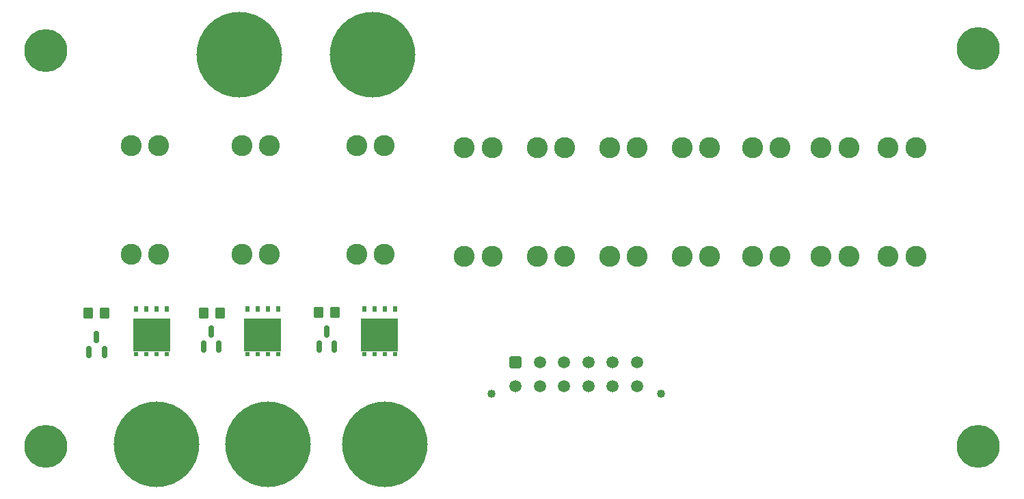
<source format=gbr>
%TF.GenerationSoftware,KiCad,Pcbnew,9.0.4*%
%TF.CreationDate,2026-02-19T19:41:56-08:00*%
%TF.ProjectId,Power_board,506f7765-725f-4626-9f61-72642e6b6963,rev?*%
%TF.SameCoordinates,Original*%
%TF.FileFunction,Soldermask,Top*%
%TF.FilePolarity,Negative*%
%FSLAX46Y46*%
G04 Gerber Fmt 4.6, Leading zero omitted, Abs format (unit mm)*
G04 Created by KiCad (PCBNEW 9.0.4) date 2026-02-19 19:41:56*
%MOMM*%
%LPD*%
G01*
G04 APERTURE LIST*
G04 Aperture macros list*
%AMRoundRect*
0 Rectangle with rounded corners*
0 $1 Rounding radius*
0 $2 $3 $4 $5 $6 $7 $8 $9 X,Y pos of 4 corners*
0 Add a 4 corners polygon primitive as box body*
4,1,4,$2,$3,$4,$5,$6,$7,$8,$9,$2,$3,0*
0 Add four circle primitives for the rounded corners*
1,1,$1+$1,$2,$3*
1,1,$1+$1,$4,$5*
1,1,$1+$1,$6,$7*
1,1,$1+$1,$8,$9*
0 Add four rect primitives between the rounded corners*
20,1,$1+$1,$2,$3,$4,$5,0*
20,1,$1+$1,$4,$5,$6,$7,0*
20,1,$1+$1,$6,$7,$8,$9,0*
20,1,$1+$1,$8,$9,$2,$3,0*%
G04 Aperture macros list end*
%ADD10C,5.300000*%
%ADD11C,2.604000*%
%ADD12C,1.020000*%
%ADD13RoundRect,0.250001X-0.499999X-0.499999X0.499999X-0.499999X0.499999X0.499999X-0.499999X0.499999X0*%
%ADD14C,1.500000*%
%ADD15RoundRect,0.250000X-0.350000X-0.450000X0.350000X-0.450000X0.350000X0.450000X-0.350000X0.450000X0*%
%ADD16C,10.600000*%
%ADD17R,0.500000X0.650000*%
%ADD18R,4.600000X4.120000*%
%ADD19R,0.500000X0.550000*%
%ADD20RoundRect,0.150000X0.150000X-0.587500X0.150000X0.587500X-0.150000X0.587500X-0.150000X-0.587500X0*%
G04 APERTURE END LIST*
D10*
%TO.C,H6*%
X159000000Y-42750000D03*
%TD*%
D11*
%TO.C,F4*%
X107750000Y-55000000D03*
X104350000Y-55000000D03*
X107750000Y-68470000D03*
X104350000Y-68470000D03*
%TD*%
D12*
%TO.C,J2*%
X98700000Y-85500000D03*
X119700000Y-85500000D03*
D13*
X101700000Y-81560000D03*
D14*
X104700000Y-81560000D03*
X107700000Y-81560000D03*
X110700000Y-81560000D03*
X113700000Y-81560000D03*
X116700000Y-81560000D03*
X101700000Y-84560000D03*
X104700000Y-84560000D03*
X107700000Y-84560000D03*
X110700000Y-84560000D03*
X113700000Y-84560000D03*
X116700000Y-84560000D03*
%TD*%
D11*
%TO.C,F1*%
X71200000Y-54765000D03*
X67800000Y-54765000D03*
X71200000Y-68235000D03*
X67800000Y-68235000D03*
%TD*%
D15*
%TO.C,R2*%
X63050000Y-75495000D03*
X65050000Y-75495000D03*
%TD*%
%TO.C,R3*%
X77290000Y-75425000D03*
X79290000Y-75425000D03*
%TD*%
D11*
%TO.C,F3*%
X98750000Y-55000000D03*
X95350000Y-55000000D03*
X98750000Y-68470000D03*
X95350000Y-68470000D03*
%TD*%
D10*
%TO.C,H7*%
X159000000Y-92000000D03*
%TD*%
D11*
%TO.C,F5*%
X116750000Y-55000000D03*
X113350000Y-55000000D03*
X116750000Y-68470000D03*
X113350000Y-68470000D03*
%TD*%
D10*
%TO.C,H8*%
X43500000Y-92000000D03*
%TD*%
%TO.C,H5*%
X43500000Y-43000000D03*
%TD*%
D16*
%TO.C,H4*%
X85500000Y-91750000D03*
%TD*%
D11*
%TO.C,F8*%
X142950000Y-55015000D03*
X139550000Y-55015000D03*
X142950000Y-68485000D03*
X139550000Y-68485000D03*
%TD*%
D16*
%TO.C,H2*%
X57250000Y-91750000D03*
%TD*%
D11*
%TO.C,F6*%
X125750000Y-55030000D03*
X122350000Y-55030000D03*
X125750000Y-68500000D03*
X122350000Y-68500000D03*
%TD*%
%TO.C,F9*%
X151250000Y-55030000D03*
X147850000Y-55030000D03*
X151250000Y-68500000D03*
X147850000Y-68500000D03*
%TD*%
D15*
%TO.C,R1*%
X48750000Y-75480000D03*
X50750000Y-75480000D03*
%TD*%
D17*
%TO.C,Q2*%
X72255000Y-75000000D03*
X70985000Y-75000000D03*
X69715000Y-75000000D03*
X68445000Y-75000000D03*
D18*
X70350000Y-78215000D03*
D19*
X72255000Y-80550000D03*
X70985000Y-80550000D03*
X69715000Y-80550000D03*
X68445000Y-80550000D03*
%TD*%
D16*
%TO.C,H9*%
X84000000Y-43500000D03*
%TD*%
D17*
%TO.C,Q3*%
X86755000Y-75000000D03*
X85485000Y-75000000D03*
X84215000Y-75000000D03*
X82945000Y-75000000D03*
D18*
X84850000Y-78215000D03*
D19*
X86755000Y-80550000D03*
X85485000Y-80550000D03*
X84215000Y-80550000D03*
X82945000Y-80550000D03*
%TD*%
D16*
%TO.C,H1*%
X67500000Y-43500000D03*
%TD*%
D17*
%TO.C,Q1*%
X58505000Y-75000000D03*
X57235000Y-75000000D03*
X55965000Y-75000000D03*
X54695000Y-75000000D03*
D18*
X56600000Y-78215000D03*
D19*
X58505000Y-80550000D03*
X57235000Y-80550000D03*
X55965000Y-80550000D03*
X54695000Y-80550000D03*
%TD*%
D16*
%TO.C,H3*%
X71000000Y-91750000D03*
%TD*%
D11*
%TO.C,F2*%
X85450000Y-54765000D03*
X82050000Y-54765000D03*
X85450000Y-68235000D03*
X82050000Y-68235000D03*
%TD*%
D20*
%TO.C,Q6*%
X63050000Y-79620000D03*
X64950000Y-79620000D03*
X64000000Y-77745000D03*
%TD*%
D11*
%TO.C,F10*%
X57450000Y-54765000D03*
X54050000Y-54765000D03*
X57450000Y-68235000D03*
X54050000Y-68235000D03*
%TD*%
D20*
%TO.C,Q5*%
X48850000Y-80355000D03*
X50750000Y-80355000D03*
X49800000Y-78480000D03*
%TD*%
D11*
%TO.C,F7*%
X134450000Y-55015000D03*
X131050000Y-55015000D03*
X134450000Y-68485000D03*
X131050000Y-68485000D03*
%TD*%
D20*
%TO.C,Q4*%
X77340000Y-79650000D03*
X79240000Y-79650000D03*
X78290000Y-77775000D03*
%TD*%
M02*

</source>
